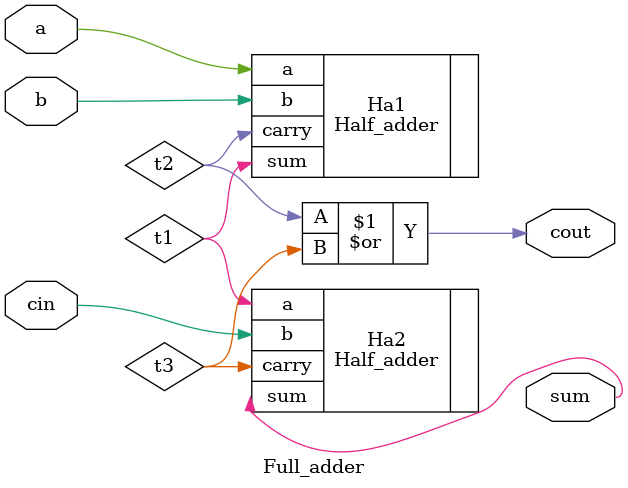
<source format=v>
`timescale 1ns / 1ps


module Full_adder(
    input a,b,cin,
    output cout,
    output sum
    );
    wire t1,t2,t3;
    Half_adder Ha1(
    .a(a),
    .b(b),
    .carry(t2),
    .sum(t1));
    
    Half_adder Ha2(
    .a(t1),
    .b(cin),
    .carry(t3),
    .sum(sum));
    assign cout = t2 | t3;
endmodule

</source>
